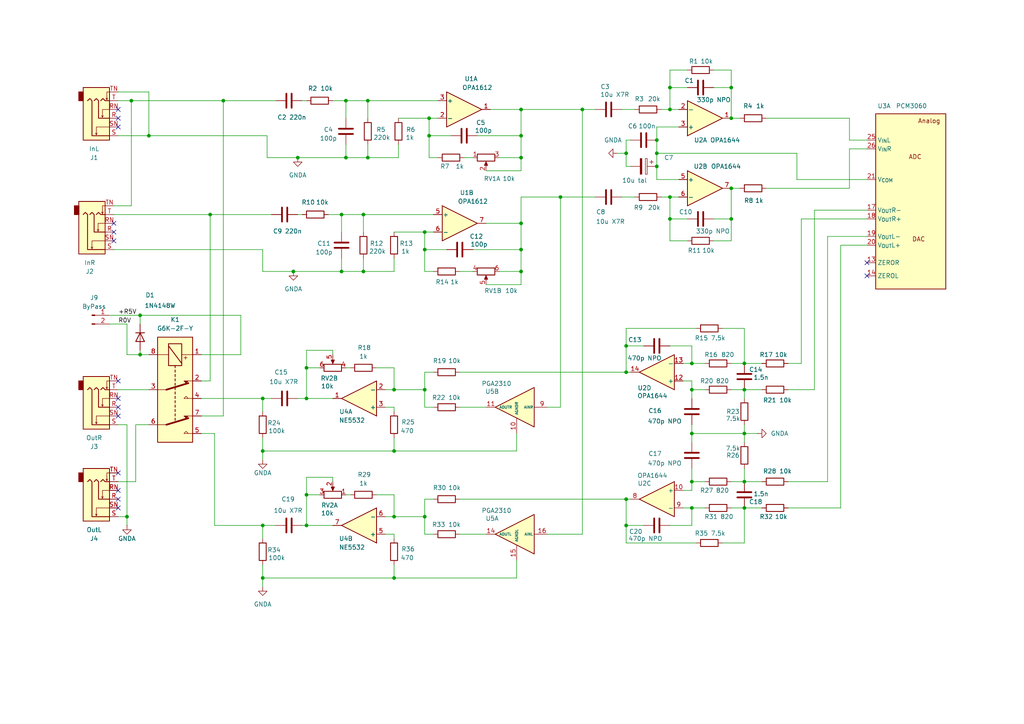
<source format=kicad_sch>
(kicad_sch (version 20250114) (generator "eeschema") (generator_version "9.0")
  (paper "A4")
  (title_block (title "OSCAR Audio 1.0") (date "2025-05-30") (rev "2") (company "DAD Design"))
  (junction (at 181.61 44.45))
  (junction (at 100.33 45.72))
  (junction (at 123.19 72.39))
  (junction (at 43.18 39.37))
  (junction (at 200.66 113.03))
  (junction (at 151.13 45.72))
  (junction (at 86.36 45.72))
  (junction (at 99.06 78.74))
  (junction (at 181.61 144.78))
  (junction (at 114.3 167.64))
  (junction (at 124.46 34.29))
  (junction (at 114.3 149.86))
  (junction (at 151.13 72.39))
  (junction (at 151.13 31.75))
  (junction (at 114.3 130.81))
  (junction (at 190.5 44.45))
  (junction (at 162.56 57.15))
  (junction (at 100.33 29.21))
  (junction (at 88.9 152.4))
  (junction (at 212.09 34.29))
  (junction (at 212.09 54.61))
  (junction (at 151.13 39.37))
  (junction (at 106.68 45.72))
  (junction (at 123.19 149.86))
  (junction (at 105.41 62.23))
  (junction (at 200.66 139.7))
  (junction (at 181.61 100.33))
  (junction (at 36.83 149.86))
  (junction (at 194.31 31.75))
  (junction (at 181.61 107.95))
  (junction (at 190.5 48.26))
  (junction (at 212.09 63.5))
  (junction (at 76.2 167.64))
  (junction (at 99.06 62.23))
  (junction (at 215.9 139.7))
  (junction (at 194.31 63.5))
  (junction (at 60.96 62.23))
  (junction (at 190.5 40.64))
  (junction (at 85.09 78.74))
  (junction (at 168.91 31.75))
  (junction (at 200.66 125.73))
  (junction (at 181.61 152.4))
  (junction (at 215.9 113.03))
  (junction (at 151.13 64.77))
  (junction (at 114.3 113.03))
  (junction (at 212.09 25.4))
  (junction (at 88.9 115.57))
  (junction (at 88.9 106.68))
  (junction (at 194.31 25.4))
  (junction (at 76.2 130.81))
  (junction (at 88.9 143.51))
  (junction (at 123.19 113.03))
  (junction (at 215.9 147.32))
  (junction (at 40.64 102.87))
  (junction (at 76.2 115.57))
  (junction (at 151.13 78.74))
  (junction (at 215.9 105.41))
  (junction (at 105.41 78.74))
  (junction (at 106.68 29.21))
  (junction (at 194.31 57.15))
  (junction (at 38.1 29.21))
  (junction (at 124.46 39.37))
  (junction (at 64.77 29.21))
  (junction (at 215.9 125.73))
  (junction (at 123.19 67.31))
  (junction (at 200.66 147.32))
  (junction (at 40.64 91.44))
  (junction (at 200.66 105.41))
  (junction (at 76.2 152.4))
  (no_connect (at 34.29 36.83))
  (no_connect (at 34.29 147.32))
  (no_connect (at 34.29 137.16))
  (no_connect (at 251.46 80.01))
  (no_connect (at 34.29 142.24))
  (no_connect (at 34.29 115.57))
  (no_connect (at 34.29 144.78))
  (no_connect (at 251.46 76.2))
  (no_connect (at 34.29 31.75))
  (no_connect (at 33.02 67.31))
  (no_connect (at 33.02 64.77))
  (no_connect (at 34.29 34.29))
  (no_connect (at 34.29 118.11))
  (no_connect (at 34.29 120.65))
  (no_connect (at 33.02 69.85))
  (no_connect (at 34.29 110.49))
  (wire (pts (xy 36.83 93.98) (xy 36.83 102.87)))
  (wire (pts (xy 196.85 36.83) (xy 190.5 36.83)))
  (wire (pts (xy 137.16 45.72) (xy 134.62 45.72)))
  (wire (pts (xy 158.75 118.11) (xy 162.56 118.11)))
  (wire (pts (xy 198.12 147.32) (xy 200.66 147.32)))
  (wire (pts (xy 34.29 139.7) (xy 39.37 139.7)))
  (wire (pts (xy 111.76 149.86) (xy 114.3 149.86)))
  (wire (pts (xy 215.9 125.73) (xy 215.9 128.27)))
  (wire (pts (xy 86.36 62.23) (xy 87.63 62.23)))
  (wire (pts (xy 243.84 147.32) (xy 228.6 147.32)))
  (wire (pts (xy 251.46 43.18) (xy 246.38 43.18)))
  (wire (pts (xy 114.3 67.31) (xy 123.19 67.31)))
  (wire (pts (xy 236.22 113.03) (xy 228.6 113.03)))
  (wire (pts (xy 182.88 48.26) (xy 181.61 48.26)))
  (wire (pts (xy 36.83 149.86) (xy 36.83 152.4)))
  (wire (pts (xy 100.33 143.51) (xy 101.6 143.51)))
  (wire (pts (xy 133.35 118.11) (xy 140.97 118.11)))
  (wire (pts (xy 114.3 143.51) (xy 114.3 149.86)))
  (wire (pts (xy 243.84 71.12) (xy 243.84 147.32)))
  (wire (pts (xy 99.06 78.74) (xy 105.41 78.74)))
  (wire (pts (xy 58.42 125.73) (xy 62.23 125.73)))
  (wire (pts (xy 181.61 100.33) (xy 181.61 107.95)))
  (wire (pts (xy 215.9 95.25) (xy 215.9 105.41)))
  (wire (pts (xy 200.66 125.73) (xy 200.66 128.27)))
  (wire (pts (xy 76.2 127) (xy 76.2 130.81)))
  (wire (pts (xy 99.06 62.23) (xy 99.06 67.31)))
  (wire (pts (xy 100.33 29.21) (xy 100.33 34.29)))
  (wire (pts (xy 207.01 69.85) (xy 212.09 69.85)))
  (wire (pts (xy 181.61 95.25) (xy 181.61 100.33)))
  (wire (pts (xy 194.31 63.5) (xy 194.31 57.15)))
  (wire (pts (xy 215.9 139.7) (xy 220.98 139.7)))
  (wire (pts (xy 33.02 72.39) (xy 76.2 72.39)))
  (wire (pts (xy 251.46 60.96) (xy 236.22 60.96)))
  (wire (pts (xy 190.5 44.45) (xy 190.5 48.26)))
  (wire (pts (xy 196.85 52.07) (xy 190.5 52.07)))
  (wire (pts (xy 87.63 152.4) (xy 88.9 152.4)))
  (wire (pts (xy 85.09 78.74) (xy 76.2 78.74)))
  (wire (pts (xy 88.9 152.4) (xy 96.52 152.4)))
  (wire (pts (xy 133.35 107.95) (xy 181.61 107.95)))
  (wire (pts (xy 105.41 62.23) (xy 125.73 62.23)))
  (wire (pts (xy 140.97 64.77) (xy 151.13 64.77)))
  (wire (pts (xy 138.43 39.37) (xy 151.13 39.37)))
  (wire (pts (xy 212.09 147.32) (xy 215.9 147.32)))
  (wire (pts (xy 76.2 130.81) (xy 76.2 133.35)))
  (wire (pts (xy 123.19 72.39) (xy 123.19 67.31)))
  (wire (pts (xy 38.1 29.21) (xy 64.77 29.21)))
  (wire (pts (xy 124.46 39.37) (xy 130.81 39.37)))
  (wire (pts (xy 43.18 39.37) (xy 77.47 39.37)))
  (wire (pts (xy 149.86 125.73) (xy 149.86 130.81)))
  (wire (pts (xy 40.64 101.6) (xy 40.64 102.87)))
  (wire (pts (xy 88.9 143.51) (xy 92.71 143.51)))
  (wire (pts (xy 124.46 34.29) (xy 127 34.29)))
  (wire (pts (xy 207.01 20.32) (xy 212.09 20.32)))
  (wire (pts (xy 137.16 78.74) (xy 133.35 78.74)))
  (wire (pts (xy 106.68 45.72) (xy 115.57 45.72)))
  (wire (pts (xy 149.86 167.64) (xy 114.3 167.64)))
  (wire (pts (xy 198.12 105.41) (xy 200.66 105.41)))
  (wire (pts (xy 181.61 144.78) (xy 181.61 152.4)))
  (wire (pts (xy 105.41 74.93) (xy 105.41 78.74)))
  (wire (pts (xy 86.36 45.72) (xy 77.47 45.72)))
  (wire (pts (xy 201.93 157.48) (xy 181.61 157.48)))
  (wire (pts (xy 191.77 57.15) (xy 194.31 57.15)))
  (wire (pts (xy 198.12 142.24) (xy 200.66 142.24)))
  (wire (pts (xy 76.2 130.81) (xy 114.3 130.81)))
  (wire (pts (xy 246.38 40.64) (xy 251.46 40.64)))
  (wire (pts (xy 58.42 120.65) (xy 64.77 120.65)))
  (wire (pts (xy 123.19 154.94) (xy 123.19 149.86)))
  (wire (pts (xy 199.39 63.5) (xy 194.31 63.5)))
  (wire (pts (xy 212.09 69.85) (xy 212.09 63.5)))
  (wire (pts (xy 106.68 41.91) (xy 106.68 45.72)))
  (wire (pts (xy 231.14 44.45) (xy 190.5 44.45)))
  (wire (pts (xy 212.09 54.61) (xy 214.63 54.61)))
  (wire (pts (xy 69.85 91.44) (xy 40.64 91.44)))
  (wire (pts (xy 88.9 101.6) (xy 88.9 106.68)))
  (wire (pts (xy 194.31 20.32) (xy 194.31 25.4)))
  (wire (pts (xy 207.01 63.5) (xy 212.09 63.5)))
  (wire (pts (xy 151.13 49.53) (xy 151.13 45.72)))
  (wire (pts (xy 190.5 48.26) (xy 190.5 52.07)))
  (wire (pts (xy 212.09 25.4) (xy 212.09 34.29)))
  (wire (pts (xy 200.66 123.19) (xy 200.66 125.73)))
  (wire (pts (xy 180.34 31.75) (xy 184.15 31.75)))
  (wire (pts (xy 149.86 130.81) (xy 114.3 130.81)))
  (wire (pts (xy 34.29 29.21) (xy 38.1 29.21)))
  (wire (pts (xy 88.9 115.57) (xy 96.52 115.57)))
  (wire (pts (xy 240.03 139.7) (xy 228.6 139.7)))
  (wire (pts (xy 181.61 40.64) (xy 182.88 40.64)))
  (wire (pts (xy 123.19 107.95) (xy 123.19 113.03)))
  (wire (pts (xy 33.02 59.69) (xy 38.1 59.69)))
  (wire (pts (xy 200.66 115.57) (xy 200.66 113.03)))
  (wire (pts (xy 34.29 39.37) (xy 43.18 39.37)))
  (wire (pts (xy 199.39 20.32) (xy 194.31 20.32)))
  (wire (pts (xy 115.57 41.91) (xy 115.57 45.72)))
  (wire (pts (xy 86.36 115.57) (xy 88.9 115.57)))
  (wire (pts (xy 190.5 40.64) (xy 190.5 44.45)))
  (wire (pts (xy 215.9 135.89) (xy 215.9 139.7)))
  (wire (pts (xy 99.06 62.23) (xy 105.41 62.23)))
  (wire (pts (xy 142.24 31.75) (xy 151.13 31.75)))
  (wire (pts (xy 215.9 115.57) (xy 215.9 113.03)))
  (wire (pts (xy 111.76 118.11) (xy 114.3 118.11)))
  (wire (pts (xy 88.9 138.43) (xy 88.9 143.51)))
  (wire (pts (xy 85.09 78.74) (xy 99.06 78.74)))
  (wire (pts (xy 60.96 62.23) (xy 78.74 62.23)))
  (wire (pts (xy 88.9 106.68) (xy 92.71 106.68)))
  (wire (pts (xy 114.3 74.93) (xy 114.3 78.74)))
  (wire (pts (xy 123.19 118.11) (xy 123.19 113.03)))
  (wire (pts (xy 100.33 41.91) (xy 100.33 45.72)))
  (wire (pts (xy 151.13 57.15) (xy 162.56 57.15)))
  (wire (pts (xy 251.46 52.07) (xy 231.14 52.07)))
  (wire (pts (xy 209.55 95.25) (xy 215.9 95.25)))
  (wire (pts (xy 168.91 31.75) (xy 172.72 31.75)))
  (wire (pts (xy 100.33 29.21) (xy 106.68 29.21)))
  (wire (pts (xy 39.37 139.7) (xy 39.37 123.19)))
  (wire (pts (xy 133.35 154.94) (xy 140.97 154.94)))
  (wire (pts (xy 96.52 29.21) (xy 100.33 29.21)))
  (wire (pts (xy 40.64 102.87) (xy 43.18 102.87)))
  (wire (pts (xy 212.09 105.41) (xy 215.9 105.41)))
  (wire (pts (xy 198.12 110.49) (xy 200.66 110.49)))
  (wire (pts (xy 34.29 123.19) (xy 36.83 123.19)))
  (wire (pts (xy 212.09 63.5) (xy 212.09 54.61)))
  (wire (pts (xy 58.42 110.49) (xy 60.96 110.49)))
  (wire (pts (xy 100.33 106.68) (xy 101.6 106.68)))
  (wire (pts (xy 111.76 113.03) (xy 114.3 113.03)))
  (wire (pts (xy 200.66 135.89) (xy 200.66 139.7)))
  (wire (pts (xy 62.23 125.73) (xy 62.23 152.4)))
  (wire (pts (xy 137.16 72.39) (xy 151.13 72.39)))
  (wire (pts (xy 114.3 149.86) (xy 123.19 149.86)))
  (wire (pts (xy 96.52 138.43) (xy 96.52 139.7)))
  (wire (pts (xy 200.66 152.4) (xy 200.66 147.32)))
  (wire (pts (xy 194.31 57.15) (xy 196.85 57.15)))
  (wire (pts (xy 251.46 71.12) (xy 243.84 71.12)))
  (wire (pts (xy 215.9 157.48) (xy 215.9 147.32)))
  (wire (pts (xy 151.13 78.74) (xy 144.78 78.74)))
  (wire (pts (xy 111.76 154.94) (xy 114.3 154.94)))
  (wire (pts (xy 123.19 72.39) (xy 129.54 72.39)))
  (wire (pts (xy 181.61 44.45) (xy 179.07 44.45)))
  (wire (pts (xy 215.9 147.32) (xy 220.98 147.32)))
  (wire (pts (xy 36.83 123.19) (xy 36.83 149.86)))
  (wire (pts (xy 114.3 106.68) (xy 114.3 113.03)))
  (wire (pts (xy 222.25 34.29) (xy 246.38 34.29)))
  (wire (pts (xy 212.09 139.7) (xy 215.9 139.7)))
  (wire (pts (xy 109.22 106.68) (xy 114.3 106.68)))
  (wire (pts (xy 207.01 25.4) (xy 212.09 25.4)))
  (wire (pts (xy 246.38 43.18) (xy 246.38 54.61)))
  (wire (pts (xy 76.2 167.64) (xy 114.3 167.64)))
  (wire (pts (xy 125.73 107.95) (xy 123.19 107.95)))
  (wire (pts (xy 200.66 113.03) (xy 204.47 113.03)))
  (wire (pts (xy 251.46 63.5) (xy 232.41 63.5)))
  (wire (pts (xy 200.66 125.73) (xy 215.9 125.73)))
  (wire (pts (xy 76.2 163.83) (xy 76.2 167.64)))
  (wire (pts (xy 215.9 105.41) (xy 220.98 105.41)))
  (wire (pts (xy 200.66 147.32) (xy 204.47 147.32)))
  (wire (pts (xy 236.22 60.96) (xy 236.22 113.03)))
  (wire (pts (xy 58.42 102.87) (xy 69.85 102.87)))
  (wire (pts (xy 194.31 152.4) (xy 200.66 152.4)))
  (wire (pts (xy 212.09 34.29) (xy 214.63 34.29)))
  (wire (pts (xy 199.39 69.85) (xy 194.31 69.85)))
  (wire (pts (xy 34.29 113.03) (xy 43.18 113.03)))
  (wire (pts (xy 76.2 72.39) (xy 76.2 78.74)))
  (wire (pts (xy 77.47 39.37) (xy 77.47 45.72)))
  (wire (pts (xy 212.09 20.32) (xy 212.09 25.4)))
  (wire (pts (xy 127 45.72) (xy 124.46 45.72)))
  (wire (pts (xy 76.2 167.64) (xy 76.2 170.18)))
  (wire (pts (xy 151.13 57.15) (xy 151.13 64.77)))
  (wire (pts (xy 191.77 31.75) (xy 194.31 31.75)))
  (wire (pts (xy 181.61 107.95) (xy 182.88 107.95)))
  (wire (pts (xy 43.18 26.67) (xy 43.18 39.37)))
  (wire (pts (xy 140.97 82.55) (xy 151.13 82.55)))
  (wire (pts (xy 40.64 91.44) (xy 31.75 91.44)))
  (wire (pts (xy 76.2 152.4) (xy 76.2 156.21)))
  (wire (pts (xy 76.2 152.4) (xy 80.01 152.4)))
  (wire (pts (xy 87.63 29.21) (xy 88.9 29.21)))
  (wire (pts (xy 99.06 74.93) (xy 99.06 78.74)))
  (wire (pts (xy 76.2 115.57) (xy 78.74 115.57)))
  (wire (pts (xy 31.75 93.98) (xy 36.83 93.98)))
  (wire (pts (xy 106.68 29.21) (xy 106.68 34.29)))
  (wire (pts (xy 181.61 40.64) (xy 181.61 44.45)))
  (wire (pts (xy 140.97 49.53) (xy 151.13 49.53)))
  (wire (pts (xy 40.64 91.44) (xy 40.64 93.98)))
  (wire (pts (xy 105.41 78.74) (xy 114.3 78.74)))
  (wire (pts (xy 168.91 154.94) (xy 168.91 31.75)))
  (wire (pts (xy 199.39 25.4) (xy 194.31 25.4)))
  (wire (pts (xy 36.83 102.87) (xy 40.64 102.87)))
  (wire (pts (xy 34.29 26.67) (xy 43.18 26.67)))
  (wire (pts (xy 246.38 34.29) (xy 246.38 40.64)))
  (wire (pts (xy 60.96 110.49) (xy 60.96 62.23)))
  (wire (pts (xy 69.85 102.87) (xy 69.85 91.44)))
  (wire (pts (xy 194.31 25.4) (xy 194.31 31.75)))
  (wire (pts (xy 209.55 157.48) (xy 215.9 157.48)))
  (wire (pts (xy 246.38 54.61) (xy 222.25 54.61)))
  (wire (pts (xy 114.3 154.94) (xy 114.3 156.21)))
  (wire (pts (xy 123.19 144.78) (xy 123.19 149.86)))
  (wire (pts (xy 151.13 82.55) (xy 151.13 78.74)))
  (wire (pts (xy 251.46 68.58) (xy 240.03 68.58)))
  (wire (pts (xy 194.31 100.33) (xy 200.66 100.33)))
  (wire (pts (xy 100.33 45.72) (xy 106.68 45.72)))
  (wire (pts (xy 240.03 68.58) (xy 240.03 139.7)))
  (wire (pts (xy 125.73 78.74) (xy 123.19 78.74)))
  (wire (pts (xy 105.41 62.23) (xy 105.41 67.31)))
  (wire (pts (xy 232.41 63.5) (xy 232.41 105.41)))
  (wire (pts (xy 158.75 154.94) (xy 168.91 154.94)))
  (wire (pts (xy 149.86 162.56) (xy 149.86 167.64)))
  (wire (pts (xy 151.13 72.39) (xy 151.13 78.74)))
  (wire (pts (xy 180.34 57.15) (xy 184.15 57.15)))
  (wire (pts (xy 212.09 113.03) (xy 215.9 113.03)))
  (wire (pts (xy 215.9 123.19) (xy 215.9 125.73)))
  (wire (pts (xy 114.3 167.64) (xy 114.3 163.83)))
  (wire (pts (xy 114.3 130.81) (xy 114.3 127)))
  (wire (pts (xy 62.23 152.4) (xy 76.2 152.4)))
  (wire (pts (xy 86.36 45.72) (xy 100.33 45.72)))
  (wire (pts (xy 124.46 39.37) (xy 124.46 34.29)))
  (wire (pts (xy 76.2 115.57) (xy 76.2 119.38)))
  (wire (pts (xy 88.9 106.68) (xy 88.9 115.57)))
  (wire (pts (xy 200.66 110.49) (xy 200.66 113.03)))
  (wire (pts (xy 200.66 105.41) (xy 204.47 105.41)))
  (wire (pts (xy 109.22 143.51) (xy 114.3 143.51)))
  (wire (pts (xy 96.52 101.6) (xy 96.52 102.87)))
  (wire (pts (xy 88.9 143.51) (xy 88.9 152.4)))
  (wire (pts (xy 186.69 152.4) (xy 181.61 152.4)))
  (wire (pts (xy 64.77 29.21) (xy 80.01 29.21)))
  (wire (pts (xy 162.56 57.15) (xy 172.72 57.15)))
  (wire (pts (xy 33.02 62.23) (xy 60.96 62.23)))
  (wire (pts (xy 215.9 125.73) (xy 219.71 125.73)))
  (wire (pts (xy 64.77 120.65) (xy 64.77 29.21)))
  (wire (pts (xy 39.37 123.19) (xy 43.18 123.19)))
  (wire (pts (xy 162.56 118.11) (xy 162.56 57.15)))
  (wire (pts (xy 133.35 144.78) (xy 181.61 144.78)))
  (wire (pts (xy 186.69 100.33) (xy 181.61 100.33)))
  (wire (pts (xy 151.13 39.37) (xy 151.13 45.72)))
  (wire (pts (xy 38.1 59.69) (xy 38.1 29.21)))
  (wire (pts (xy 151.13 45.72) (xy 144.78 45.72)))
  (wire (pts (xy 123.19 118.11) (xy 125.73 118.11)))
  (wire (pts (xy 181.61 157.48) (xy 181.61 152.4)))
  (wire (pts (xy 215.9 113.03) (xy 220.98 113.03)))
  (wire (pts (xy 190.5 36.83) (xy 190.5 40.64)))
  (wire (pts (xy 95.25 62.23) (xy 99.06 62.23)))
  (wire (pts (xy 96.52 138.43) (xy 88.9 138.43)))
  (wire (pts (xy 114.3 118.11) (xy 114.3 119.38)))
  (wire (pts (xy 194.31 31.75) (xy 196.85 31.75)))
  (wire (pts (xy 201.93 95.25) (xy 181.61 95.25)))
  (wire (pts (xy 125.73 144.78) (xy 123.19 144.78)))
  (wire (pts (xy 115.57 34.29) (xy 124.46 34.29)))
  (wire (pts (xy 181.61 48.26) (xy 181.61 44.45)))
  (wire (pts (xy 123.19 67.31) (xy 125.73 67.31)))
  (wire (pts (xy 123.19 154.94) (xy 125.73 154.94)))
  (wire (pts (xy 231.14 52.07) (xy 231.14 44.45)))
  (wire (pts (xy 200.66 100.33) (xy 200.66 105.41)))
  (wire (pts (xy 181.61 144.78) (xy 182.88 144.78)))
  (wire (pts (xy 151.13 31.75) (xy 168.91 31.75)))
  (wire (pts (xy 58.42 115.57) (xy 76.2 115.57)))
  (wire (pts (xy 232.41 105.41) (xy 228.6 105.41)))
  (wire (pts (xy 114.3 113.03) (xy 123.19 113.03)))
  (wire (pts (xy 151.13 39.37) (xy 151.13 31.75)))
  (wire (pts (xy 194.31 69.85) (xy 194.31 63.5)))
  (wire (pts (xy 106.68 29.21) (xy 127 29.21)))
  (wire (pts (xy 34.29 149.86) (xy 36.83 149.86)))
  (wire (pts (xy 200.66 142.24) (xy 200.66 139.7)))
  (wire (pts (xy 151.13 72.39) (xy 151.13 64.77)))
  (wire (pts (xy 123.19 72.39) (xy 123.19 78.74)))
  (wire (pts (xy 96.52 101.6) (xy 88.9 101.6)))
  (wire (pts (xy 124.46 39.37) (xy 124.46 45.72)))
  (wire (pts (xy 200.66 139.7) (xy 204.47 139.7)))
  (label "+R5V" (at 34.29 91.44 0))
  (label "R0V" (at 34.29 93.98 0))
  (symbol (lib_id "@Projet:OPA1644") (at 190.5 107.95 180) (unit 4)
    (property "Reference" "U2" (at 186.944 112.522 0))
    (property "Value" "OPA1644" (at 189.23 114.808 0))
    (property "Footprint" "Package_SO:SOIC-14_3.9x8.7mm_P1.27mm" (effects (hide yes)))
    (property "Datasheet" "https://www.ti.com/product/OPA1644" (effects (hide yes)))
    (property "Description" "Quad SoundPlus High Performance Audio Operational Amplifiers, SOIC-14" (effects (hide yes)))
  )
  (symbol (lib_id "Connector_Audio:NMJ6HCD3") (at 29.21 118.11 0) (mirror x) (unit 1)
    (property "Reference" "J3" (at 27.305 129.54 0))
    (property "Value" "OutR" (at 27.305 127 0))
    (property "Footprint" "@Projet:Jack 6.25" (effects (hide yes)))
    (property "Datasheet" "https://www.neutrik.com/en/product/nmj6hcd3" (effects (hide yes)))
    (property "Description" "M Series, 6.35mm (1/4in) stereo jack, switched, with chrome ferrule and offset PCB pins" (effects (hide yes)))
  )
  (symbol (lib_id "Device:R") (at 115.57 38.1 0) (unit 1)
    (property "Reference" "R6" (at 119.126 37.592 0))
    (property "Value" "1k" (at 118.872 39.878 0))
    (property "Footprint" "Resistor_SMD:R_1206_3216Metric_Pad1.30x1.75mm_HandSolder" (effects (hide yes)))
    (property "Description" "Resistor" (effects (hide yes)))
  )
  (symbol (lib_id "Device:R") (at 208.28 105.41 270) (mirror x) (unit 1)
    (property "Reference" "R16" (at 206.248 102.87 90))
    (property "Value" "820" (at 211.074 102.87 90))
    (property "Footprint" "Resistor_SMD:R_1206_3216Metric_Pad1.30x1.75mm_HandSolder" (effects (hide yes)))
    (property "Description" "Resistor" (effects (hide yes)))
  )
  (symbol (lib_id "Device:R") (at 114.3 71.12 0) (unit 1)
    (property "Reference" "R13" (at 117.856 70.612 0))
    (property "Value" "1k" (at 117.602 72.898 0))
    (property "Footprint" "Resistor_SMD:R_1206_3216Metric_Pad1.30x1.75mm_HandSolder" (effects (hide yes)))
    (property "Description" "Resistor" (effects (hide yes)))
  )
  (symbol (lib_id "Device:R") (at 208.28 113.03 270) (mirror x) (unit 1)
    (property "Reference" "R20" (at 204.978 110.49 90))
    (property "Value" "820" (at 209.55 110.49 90))
    (property "Footprint" "Resistor_SMD:R_1206_3216Metric_Pad1.30x1.75mm_HandSolder" (effects (hide yes)))
    (property "Description" "Resistor" (effects (hide yes)))
  )
  (symbol (lib_id "Device:R") (at 205.74 157.48 270) (unit 1)
    (property "Reference" "R35" (at 203.454 154.686 90))
    (property "Value" "7.5k" (at 208.28 154.686 90))
    (property "Footprint" "Resistor_SMD:R_1206_3216Metric_Pad1.30x1.75mm_HandSolder" (effects (hide yes)))
    (property "Description" "Resistor" (effects (hide yes)))
  )
  (symbol (lib_id "Device:R") (at 187.96 57.15 270) (mirror x) (unit 1)
    (property "Reference" "R9" (at 185.166 60.198 90))
    (property "Value" "20k" (at 189.738 60.198 90))
    (property "Footprint" "Resistor_SMD:R_1206_3216Metric_Pad1.30x1.75mm_HandSolder" (effects (hide yes)))
    (property "Description" "Resistor" (effects (hide yes)))
  )
  (symbol (lib_id "Device:R") (at 129.54 154.94 270) (unit 1)
    (property "Reference" "R33" (at 127.254 152.146 90))
    (property "Value" "10k" (at 131.826 152.146 90))
    (property "Footprint" "Resistor_SMD:R_1206_3216Metric_Pad1.30x1.75mm_HandSolder" (effects (hide yes)))
    (property "Description" "Resistor" (effects (hide yes)))
  )
  (symbol (lib_id "Device:R") (at 129.54 107.95 270) (mirror x) (unit 1)
    (property "Reference" "R19" (at 127.508 104.648 90))
    (property "Value" "10k" (at 131.826 104.648 90))
    (property "Footprint" "Resistor_SMD:R_1206_3216Metric_Pad1.30x1.75mm_HandSolder" (effects (hide yes)))
    (property "Description" "Resistor" (effects (hide yes)))
  )
  (symbol (lib_id "Device:R") (at 129.54 118.11 270) (unit 1)
    (property "Reference" "R22" (at 127.254 115.316 90))
    (property "Value" "10k" (at 131.826 115.316 90))
    (property "Footprint" "Resistor_SMD:R_1206_3216Metric_Pad1.30x1.75mm_HandSolder" (effects (hide yes)))
    (property "Description" "Resistor" (effects (hide yes)))
  )
  (symbol (lib_id "Device:R_Potentiometer_Dual_Separate") (at 96.52 106.68 270) (mirror x) (unit 2)
    (property "Reference" "RV2" (at 98.044 109.728 90) (effects (justify right)))
    (property "Value" "10k" (at 96.774 112.014 90) (effects (justify right)))
    (property "Footprint" "@Projet:Potentioneter Double 1 ligne" (effects (hide yes)))
    (property "Description" "Dual potentiometer, separate units" (effects (hide yes)))
  )
  (symbol (lib_id "Device:C_Polarized") (at 186.69 48.26 270) (unit 1)
    (property "Reference" "C7" (at 195.326 45.72 90) (effects (justify right)))
    (property "Value" "10u tal" (at 187.706 52.324 90) (effects (justify right)))
    (property "Footprint" "Capacitor_Tantalum_SMD:CP_EIA-3528-21_Kemet-B_HandSolder" (effects (hide yes)))
    (property "Description" "Polarized capacitor" (effects (hide yes)))
  )
  (symbol (lib_id "power:GNDA") (at 219.71 125.73 90) (mirror x) (unit 1)
    (property "Reference" "#PWR04" (effects (hide yes)))
    (property "Value" "GNDA" (at 223.52 125.7299 90) (effects (justify right)))
    (property "Description" "Power symbol creates a global label with name \"GNDA\" , analog ground" (effects (hide yes)))
  )
  (symbol (lib_id "Device:R") (at 92.71 29.21 270) (unit 1)
    (property "Reference" "R2" (at 90.678 25.654 90))
    (property "Value" "10k" (at 94.742 25.654 90))
    (property "Footprint" "Resistor_SMD:R_1206_3216Metric_Pad1.30x1.75mm_HandSolder" (effects (hide yes)))
    (property "Description" "Resistor" (effects (hide yes)))
  )
  (symbol (lib_id "Device:C") (at 190.5 152.4 270) (unit 1)
    (property "Reference" "C20" (at 184.404 154.178 90))
    (property "Value" "470p NPO" (at 187.198 156.21 90))
    (property "Footprint" "Capacitor_SMD:C_0805_2012Metric_Pad1.18x1.45mm_HandSolder" (effects (hide yes)))
    (property "Description" "Unpolarized capacitor" (effects (hide yes)))
  )
  (symbol (lib_id "Device:R") (at 208.28 147.32 270) (unit 1)
    (property "Reference" "R31" (at 206.248 149.86 90))
    (property "Value" "820" (at 210.82 149.86 90))
    (property "Footprint" "Resistor_SMD:R_1206_3216Metric_Pad1.30x1.75mm_HandSolder" (effects (hide yes)))
    (property "Description" "Resistor" (effects (hide yes)))
  )
  (symbol (lib_id "power:GNDA") (at 36.83 152.4 0) (mirror y) (unit 1)
    (property "Reference" "#PWR08" (effects (hide yes)))
    (property "Value" "GNDA" (at 36.83 156.21 0))
    (property "Description" "Power symbol creates a global label with name \"GNDA\" , analog ground" (effects (hide yes)))
  )
  (symbol (lib_id "power:GNDA") (at 85.09 78.74 0) (mirror y) (unit 1)
    (property "Reference" "#PWR03" (effects (hide yes)))
    (property "Value" "GNDA" (at 85.09 83.82 0))
    (property "Description" "Power symbol creates a global label with name \"GNDA\" , analog ground" (effects (hide yes)))
  )
  (symbol (lib_id "Device:R_Potentiometer_Dual_Separate") (at 96.52 143.51 270) (mirror x) (unit 1)
    (property "Reference" "RV2" (at 98.044 146.558 90) (effects (justify right)))
    (property "Value" "10k" (at 96.774 148.844 90) (effects (justify right)))
    (property "Footprint" "@Projet:Potentioneter Double 1 ligne" (effects (hide yes)))
    (property "Description" "Dual potentiometer, separate units" (effects (hide yes)))
  )
  (symbol (lib_id "@Projet:OPA1612") (at 133.35 64.77 0) (unit 2)
    (property "Reference" "U1" (at 135.382 55.88 0))
    (property "Value" "OPA1612" (at 137.16 58.42 0))
    (property "Footprint" "Package_SO:SOP-8_3.76x4.96mm_P1.27mm" (effects (hide yes)))
    (property "Datasheet" "https://www.ti.com/product/OPA1612" (effects (hide yes)))
    (property "Description" "Audio Operational Amplifier with 1.1nV/√Hz Noise, Low THD and Precision" (effects (hide yes)))
  )
  (symbol (lib_id "Device:R") (at 105.41 71.12 0) (unit 1)
    (property "Reference" "R12" (at 109.22 70.612 0))
    (property "Value" "220k" (at 109.474 72.898 0))
    (property "Footprint" "Resistor_SMD:R_1206_3216Metric_Pad1.30x1.75mm_HandSolder" (effects (hide yes)))
    (property "Description" "Resistor" (effects (hide yes)))
  )
  (symbol (lib_id "Connector_Audio:NMJ6HCD3") (at 29.21 144.78 0) (mirror x) (unit 1)
    (property "Reference" "J4" (at 27.305 156.21 0))
    (property "Value" "OutL" (at 27.305 153.67 0))
    (property "Footprint" "@Projet:Jack 6.25" (effects (hide yes)))
    (property "Datasheet" "https://www.neutrik.com/en/product/nmj6hcd3" (effects (hide yes)))
    (property "Description" "M Series, 6.35mm (1/4in) stereo jack, switched, with chrome ferrule and offset PCB pins" (effects (hide yes)))
  )
  (symbol (lib_id "Device:R_Potentiometer_Dual_Separate") (at 140.97 78.74 90) (mirror x) (unit 2)
    (property "Reference" "RV1" (at 143.002 84.328 90))
    (property "Value" "10k" (at 148.336 84.328 90))
    (property "Footprint" "@Projet:Potentioneter Double 1 ligne" (effects (hide yes)))
    (property "Description" "Dual potentiometer, separate units" (effects (hide yes)))
  )
  (symbol (lib_id "Device:R") (at 187.96 31.75 270) (unit 1)
    (property "Reference" "R3" (at 185.42 28.702 90))
    (property "Value" "20k" (at 189.738 28.702 90))
    (property "Footprint" "Resistor_SMD:R_1206_3216Metric_Pad1.30x1.75mm_HandSolder" (effects (hide yes)))
    (property "Description" "Resistor" (effects (hide yes)))
  )
  (symbol (lib_id "power:GNDA") (at 179.07 44.45 270) (mirror x) (unit 1)
    (property "Reference" "#PWR01" (effects (hide yes)))
    (property "Value" "GNDA" (at 177.8 40.64 90))
    (property "Description" "Power symbol creates a global label with name \"GNDA\" , analog ground" (effects (hide yes)))
  )
  (symbol (lib_id "Device:C") (at 176.53 57.15 90) (mirror x) (unit 1)
    (property "Reference" "C8" (at 174.244 61.468 90))
    (property "Value" "10u X7R" (at 177.038 64.262 90))
    (property "Footprint" "Capacitor_SMD:C_1206_3216Metric_Pad1.33x1.80mm_HandSolder" (effects (hide yes)))
    (property "Description" "Unpolarized capacitor" (effects (hide yes)))
  )
  (symbol (lib_id "power:GNDA") (at 76.2 133.35 0) (mirror y) (unit 1)
    (property "Reference" "#PWR05" (effects (hide yes)))
    (property "Value" "GNDA" (at 76.2 137.16 0))
    (property "Description" "Power symbol creates a global label with name \"GNDA\" , analog ground" (effects (hide yes)))
  )
  (symbol (lib_id "Device:R") (at 114.3 160.02 0) (unit 1)
    (property "Reference" "R36" (at 118.364 159.258 0))
    (property "Value" "470" (at 118.11 161.798 0))
    (property "Footprint" "Resistor_SMD:R_1206_3216Metric_Pad1.30x1.75mm_HandSolder" (effects (hide yes)))
    (property "Description" "Resistor" (effects (hide yes)))
  )
  (symbol (lib_id "Device:R") (at 106.68 38.1 0) (unit 1)
    (property "Reference" "R5" (at 110.49 37.592 0))
    (property "Value" "220k" (at 110.744 39.878 0))
    (property "Footprint" "Resistor_SMD:R_1206_3216Metric_Pad1.30x1.75mm_HandSolder" (effects (hide yes)))
    (property "Description" "Resistor" (effects (hide yes)))
  )
  (symbol (lib_id "Device:C") (at 134.62 39.37 90) (mirror x) (unit 1)
    (property "Reference" "C5" (at 139.446 35.56 90))
    (property "Value" "100p" (at 140.208 37.846 90))
    (property "Footprint" "Capacitor_SMD:C_1206_3216Metric_Pad1.33x1.80mm_HandSolder" (effects (hide yes)))
    (property "Description" "Unpolarized capacitor" (effects (hide yes)))
  )
  (symbol (lib_id "Device:C") (at 133.35 72.39 90) (mirror x) (unit 1)
    (property "Reference" "C12" (at 138.176 68.58 90))
    (property "Value" "100p" (at 138.938 70.866 90))
    (property "Footprint" "Capacitor_SMD:C_1206_3216Metric_Pad1.33x1.80mm_HandSolder" (effects (hide yes)))
    (property "Description" "Unpolarized capacitor" (effects (hide yes)))
  )
  (symbol (lib_id "Device:C") (at 83.82 152.4 90) (unit 1)
    (property "Reference" "C19" (at 83.566 144.78 90))
    (property "Value" "10u X7R" (at 83.566 148.082 90))
    (property "Footprint" "Capacitor_SMD:C_1206_3216Metric_Pad1.33x1.80mm_HandSolder" (effects (hide yes)))
    (property "Description" "Unpolarized capacitor" (effects (hide yes)))
  )
  (symbol (lib_id "Device:R") (at 218.44 54.61 270) (mirror x) (unit 1)
    (property "Reference" "R8" (at 217.17 58.166 90))
    (property "Value" "1k" (at 220.218 58.166 90))
    (property "Footprint" "Resistor_SMD:R_1206_3216Metric_Pad1.30x1.75mm_HandSolder" (effects (hide yes)))
    (property "Description" "Resistor" (effects (hide yes)))
  )
  (symbol (lib_id "Device:C") (at 190.5 100.33 270) (mirror x) (unit 1)
    (property "Reference" "C13" (at 184.15 98.552 90))
    (property "Value" "470p NPO" (at 186.944 103.886 90))
    (property "Footprint" "Capacitor_SMD:C_0805_2012Metric_Pad1.18x1.45mm_HandSolder" (effects (hide yes)))
    (property "Description" "Unpolarized capacitor" (effects (hide yes)))
  )
  (symbol (lib_id "Device:R") (at 105.41 106.68 270) (unit 1)
    (property "Reference" "R18" (at 105.664 100.838 90))
    (property "Value" "1k" (at 105.41 103.378 90))
    (property "Footprint" "Resistor_SMD:R_1206_3216Metric_Pad1.30x1.75mm_HandSolder" (effects (hide yes)))
    (property "Description" "Resistor" (effects (hide yes)))
  )
  (symbol (lib_id "Device:C") (at 82.55 115.57 90) (unit 1)
    (property "Reference" "C15" (at 81.534 107.95 90))
    (property "Value" "10u X7R" (at 82.296 110.744 90))
    (property "Footprint" "Capacitor_SMD:C_1206_3216Metric_Pad1.33x1.80mm_HandSolder" (effects (hide yes)))
    (property "Description" "Unpolarized capacitor" (effects (hide yes)))
  )
  (symbol (lib_id "Device:R") (at 114.3 123.19 0) (unit 1)
    (property "Reference" "R25" (at 118.364 122.428 0))
    (property "Value" "470" (at 118.11 124.968 0))
    (property "Footprint" "Resistor_SMD:R_1206_3216Metric_Pad1.30x1.75mm_HandSolder" (effects (hide yes)))
    (property "Description" "Resistor" (effects (hide yes)))
  )
  (symbol (lib_id "Device:R") (at 224.79 113.03 270) (mirror x) (unit 1)
    (property "Reference" "R21" (at 223.266 116.078 90))
    (property "Value" "10k" (at 227.838 116.078 90))
    (property "Footprint" "Resistor_SMD:R_1206_3216Metric_Pad1.30x1.75mm_HandSolder" (effects (hide yes)))
    (property "Description" "Resistor" (effects (hide yes)))
  )
  (symbol (lib_id "Device:C") (at 200.66 119.38 0) (mirror x) (unit 1)
    (property "Reference" "C16" (at 189.992 119.126 0))
    (property "Value" "470p NPO" (at 192.786 122.174 0))
    (property "Footprint" "Capacitor_SMD:C_0805_2012Metric_Pad1.18x1.45mm_HandSolder" (effects (hide yes)))
    (property "Description" "Unpolarized capacitor" (effects (hide yes)))
  )
  (symbol (lib_id "Device:R") (at 76.2 123.19 0) (unit 1)
    (property "Reference" "R24" (at 79.502 122.682 0))
    (property "Value" "100k" (at 80.264 124.968 0))
    (property "Footprint" "Resistor_SMD:R_1206_3216Metric_Pad1.30x1.75mm_HandSolder" (effects (hide yes)))
    (property "Description" "Resistor" (effects (hide yes)))
  )
  (symbol (lib_id "Device:C") (at 203.2 63.5 90) (mirror x) (unit 1)
    (property "Reference" "C10" (at 198.882 61.468 90))
    (property "Value" "330p NPO" (at 206.756 67.056 90))
    (property "Footprint" "Capacitor_SMD:C_0805_2012Metric_Pad1.18x1.45mm_HandSolder" (effects (hide yes)))
    (property "Description" "Unpolarized capacitor" (effects (hide yes)))
  )
  (symbol (lib_id "Device:R") (at 205.74 95.25 270) (mirror x) (unit 1)
    (property "Reference" "R15" (at 203.454 98.044 90))
    (property "Value" "7.5k" (at 208.28 98.044 90))
    (property "Footprint" "Resistor_SMD:R_1206_3216Metric_Pad1.30x1.75mm_HandSolder" (effects (hide yes)))
    (property "Description" "Resistor" (effects (hide yes)))
  )
  (symbol (lib_id "Device:R_Potentiometer_Dual_Separate") (at 140.97 45.72 90) (mirror x) (unit 1)
    (property "Reference" "RV1" (at 142.748 51.816 90))
    (property "Value" "10k" (at 147.574 51.816 90))
    (property "Footprint" "@Projet:Potentioneter Double 1 ligne" (effects (hide yes)))
    (property "Description" "Dual potentiometer, separate units" (effects (hide yes)))
  )
  (symbol (lib_id "@Projet:OPA1644") (at 190.5 144.78 0) (mirror y) (unit 3)
    (property "Reference" "U2" (at 186.944 140.208 0))
    (property "Value" "OPA1644" (at 189.23 137.922 0))
    (property "Footprint" "Package_SO:SOIC-14_3.9x8.7mm_P1.27mm" (effects (hide yes)))
    (property "Datasheet" "https://www.ti.com/product/OPA1644" (effects (hide yes)))
    (property "Description" "Quad SoundPlus High Performance Audio Operational Amplifiers, SOIC-14" (effects (hide yes)))
  )
  (symbol (lib_id "Device:R") (at 129.54 144.78 270) (mirror x) (unit 1)
    (property "Reference" "R30" (at 127.508 141.478 90))
    (property "Value" "10k" (at 131.826 141.478 90))
    (property "Footprint" "Resistor_SMD:R_1206_3216Metric_Pad1.30x1.75mm_HandSolder" (effects (hide yes)))
    (property "Description" "Resistor" (effects (hide yes)))
  )
  (symbol (lib_id "Device:C") (at 99.06 71.12 180) (unit 1)
    (property "Reference" "C11" (at 93.98 70.612 0))
    (property "Value" "100p" (at 93.98 73.152 0))
    (property "Footprint" "Capacitor_SMD:C_1206_3216Metric_Pad1.33x1.80mm_HandSolder" (effects (hide yes)))
    (property "Description" "Unpolarized capacitor" (effects (hide yes)))
  )
  (symbol (lib_id "Device:R") (at 76.2 160.02 0) (unit 1)
    (property "Reference" "R34" (at 79.502 159.512 0))
    (property "Value" "100k" (at 80.264 161.798 0))
    (property "Footprint" "Resistor_SMD:R_1206_3216Metric_Pad1.30x1.75mm_HandSolder" (effects (hide yes)))
    (property "Description" "Resistor" (effects (hide yes)))
  )
  (symbol (lib_id "Device:R") (at 203.2 69.85 270) (mirror x) (unit 1)
    (property "Reference" "R11" (at 201.422 72.644 90))
    (property "Value" "10k" (at 205.486 72.644 90))
    (property "Footprint" "Resistor_SMD:R_1206_3216Metric_Pad1.30x1.75mm_HandSolder" (effects (hide yes)))
    (property "Description" "Resistor" (effects (hide yes)))
  )
  (symbol (lib_id "Relay:G6K-2") (at 50.8 113.03 270) (unit 1)
    (property "Reference" "K1" (at 50.8 92.71 90))
    (property "Value" "G6K-2F-Y" (at 50.8 95.25 90))
    (property "Footprint" "Relay_SMD:Relay_DPDT_Omron_G6K-2F-Y" (effects (hide yes)))
    (property "Datasheet" "http://omronfs.omron.com/en_US/ecb/products/pdf/en-g6k.pdf" (effects (hide yes)))
    (property "Description" "Miniature 2-pole relay, Single-side Stable" (effects (hide yes)))
  )
  (symbol (lib_id "Device:R") (at 91.44 62.23 270) (unit 1)
    (property "Reference" "R10" (at 89.408 58.674 90))
    (property "Value" "10k" (at 93.472 58.674 90))
    (property "Footprint" "Resistor_SMD:R_1206_3216Metric_Pad1.30x1.75mm_HandSolder" (effects (hide yes)))
    (property "Description" "Resistor" (effects (hide yes)))
  )
  (symbol (lib_id "Device:C") (at 215.9 109.22 0) (mirror x) (unit 1)
    (property "Reference" "C14" (at 219.202 107.188 0))
    (property "Value" "1.5n" (at 220.726 109.474 0))
    (property "Footprint" "Capacitor_SMD:C_0805_2012Metric_Pad1.18x1.45mm_HandSolder" (effects (hide yes)))
    (property "Description" "Unpolarized capacitor" (effects (hide yes)))
  )
  (symbol (lib_id "Diode:1N4148W") (at 40.64 97.79 270) (unit 1)
    (property "Reference" "D1" (at 42.164 85.598 90) (effects (justify left)))
    (property "Value" "1N4148W" (at 41.91 88.646 90) (effects (justify left)))
    (property "Footprint" "Diode_SMD:D_SOD-123" (effects (hide yes)))
    (property "Datasheet" "https://www.vishay.com/docs/85748/1n4148w.pdf" (effects (hide yes)))
    (property "Description" "75V 0.15A Fast Switching Diode, SOD-123" (effects (hide yes)))
    (property "Sim.Device" "D" (effects (hide yes)))
    (property "Sim.Pins" "1=K 2=A" (effects (hide yes)))
  )
  (symbol (lib_id "Connector_Audio:NMJ6HCD3") (at 27.94 67.31 0) (mirror x) (unit 1)
    (property "Reference" "J2" (at 26.035 78.74 0))
    (property "Value" "InR" (at 26.035 76.2 0))
    (property "Footprint" "@Projet:Jack 6.25" (effects (hide yes)))
    (property "Datasheet" "https://www.neutrik.com/en/product/nmj6hcd3" (effects (hide yes)))
    (property "Description" "M Series, 6.35mm (1/4in) stereo jack, switched, with chrome ferrule and offset PCB pins" (effects (hide yes)))
  )
  (symbol (lib_id "@Projet:PGA2310") (at 149.86 118.11 0) (mirror y) (unit 2)
    (property "Reference" "U5" (at 142.748 113.538 0))
    (property "Value" "PGA2310" (at 144.018 111.252 0))
    (property "Footprint" "Package_SO:SOIC-16W_7.5x10.3mm_P1.27mm" (effects (hide yes)))
    (property "Datasheet" "https://www.ti.com/product/PGA2310" (effects (hide yes)))
    (property "Description" "+/-15-V stereo audio volume control with low gain error (0.05)" (effects (hide yes)))
  )
  (symbol (lib_id "Connector_Audio:NMJ6HCD3") (at 29.21 34.29 0) (mirror x) (unit 1)
    (property "Reference" "J1" (at 27.305 45.72 0))
    (property "Value" "InL" (at 27.305 43.18 0))
    (property "Footprint" "@Projet:Jack 6.25" (effects (hide yes)))
    (property "Datasheet" "https://www.neutrik.com/en/product/nmj6hcd3" (effects (hide yes)))
    (property "Description" "M Series, 6.35mm (1/4in) stereo jack, switched, with chrome ferrule and offset PCB pins" (effects (hide yes)))
  )
  (symbol (lib_id "Connector:Conn_01x02_Pin") (at 26.67 91.44 0) (unit 1)
    (property "Reference" "J9" (at 27.305 86.36 0))
    (property "Value" "ByPass" (at 27.305 88.9 0))
    (property "Footprint" "Connector_PinHeader_2.54mm:PinHeader_1x02_P2.54mm_Vertical" (effects (hide yes)))
    (property "Description" "Generic connector, single row, 01x02, script generated" (effects (hide yes)))
  )
  (symbol (lib_id "Device:C") (at 186.69 40.64 90) (unit 1)
    (property "Reference" "C6" (at 182.118 36.576 90) (effects (justify right)))
    (property "Value" "100n" (at 185.166 36.576 90) (effects (justify right)))
    (property "Footprint" "Capacitor_SMD:C_0805_2012Metric_Pad1.18x1.45mm_HandSolder" (effects (hide yes)))
    (property "Description" "Unpolarized capacitor" (effects (hide yes)))
  )
  (symbol (lib_id "Device:C") (at 83.82 29.21 90) (unit 1)
    (property "Reference" "C2" (at 81.788 34.036 90))
    (property "Value" "220n" (at 86.36 34.036 90))
    (property "Footprint" "Capacitor_SMD:C_1206_3216Metric_Pad1.33x1.80mm_HandSolder" (effects (hide yes)))
    (property "Description" "Unpolarized capacitor" (effects (hide yes)))
  )
  (symbol (lib_id "power:GNDA") (at 86.36 45.72 0) (mirror y) (unit 1)
    (property "Reference" "#PWR02" (effects (hide yes)))
    (property "Value" "GNDA" (at 86.36 50.8 0))
    (property "Description" "Power symbol creates a global label with name \"GNDA\" , analog ground" (effects (hide yes)))
  )
  (symbol (lib_id "Device:R") (at 208.28 139.7 270) (unit 1)
    (property "Reference" "R27" (at 204.978 142.24 90))
    (property "Value" "820" (at 209.55 142.24 90))
    (property "Footprint" "Resistor_SMD:R_1206_3216Metric_Pad1.30x1.75mm_HandSolder" (effects (hide yes)))
    (property "Description" "Resistor" (effects (hide yes)))
  )
  (symbol (lib_id "Device:R") (at 215.9 119.38 0) (mirror y) (unit 1)
    (property "Reference" "R23" (at 212.598 119.38 0))
    (property "Value" "7.5k" (at 212.598 121.412 0))
    (property "Footprint" "Resistor_SMD:R_1206_3216Metric_Pad1.30x1.75mm_HandSolder" (effects (hide yes)))
    (property "Description" "Resistor" (effects (hide yes)))
  )
  (symbol (lib_id "@Projet:PGA2310") (at 149.86 154.94 0) (mirror y) (unit 1)
    (property "Reference" "U5" (at 142.748 150.368 0))
    (property "Value" "PGA2310" (at 144.018 148.082 0))
    (property "Footprint" "Package_SO:SOIC-16W_7.5x10.3mm_P1.27mm" (effects (hide yes)))
    (property "Datasheet" "https://www.ti.com/product/PGA2310" (effects (hide yes)))
    (property "Description" "+/-15-V stereo audio volume control with low gain error (0.05)" (effects (hide yes)))
  )
  (symbol (lib_id "Device:C") (at 82.55 62.23 90) (unit 1)
    (property "Reference" "C9" (at 80.518 67.056 90))
    (property "Value" "220n" (at 85.09 67.056 90))
    (property "Footprint" "Capacitor_SMD:C_1206_3216Metric_Pad1.33x1.80mm_HandSolder" (effects (hide yes)))
    (property "Description" "Unpolarized capacitor" (effects (hide yes)))
  )
  (symbol (lib_id "Device:C") (at 176.53 31.75 90) (unit 1)
    (property "Reference" "C3" (at 175.514 25.146 90))
    (property "Value" "10u X7R" (at 178.308 27.432 90))
    (property "Footprint" "Capacitor_SMD:C_1206_3216Metric_Pad1.33x1.80mm_HandSolder" (effects (hide yes)))
    (property "Description" "Unpolarized capacitor" (effects (hide yes)))
  )
  (symbol (lib_id "Device:R") (at 203.2 20.32 270) (unit 1)
    (property "Reference" "R1" (at 201.168 17.78 90))
    (property "Value" "10k" (at 204.978 17.78 90))
    (property "Footprint" "Resistor_SMD:R_1206_3216Metric_Pad1.30x1.75mm_HandSolder" (effects (hide yes)))
    (property "Description" "Resistor" (effects (hide yes)))
  )
  (symbol (lib_id "Amplifier_Operational:NE5532") (at 104.14 152.4 180) (unit 2)
    (property "Reference" "U4" (at 100.33 156.21 0))
    (property "Value" "NE5532" (at 102.108 158.75 0))
    (property "Footprint" "Package_SO:SOP-8_3.76x4.96mm_P1.27mm" (effects (hide yes)))
    (property "Datasheet" "http://www.ti.com/lit/ds/symlink/ne5532.pdf" (effects (hide yes)))
    (property "Description" "Dual Low-Noise Operational Amplifiers, DIP-8/SOIC-8" (effects (hide yes)))
  )
  (symbol (lib_id "@Projet:OPA1644") (at 204.47 34.29 0) (mirror x) (unit 1)
    (property "Reference" "U2" (at 203.2 40.64 0))
    (property "Value" "OPA1644" (at 210.312 40.64 0))
    (property "Footprint" "Package_SO:SOIC-14_3.9x8.7mm_P1.27mm" (effects (hide yes)))
    (property "Datasheet" "https://www.ti.com/product/OPA1644" (effects (hide yes)))
    (property "Description" "Quad SoundPlus High Performance Audio Operational Amplifiers, SOIC-14" (effects (hide yes)))
  )
  (symbol (lib_id "Device:R") (at 130.81 45.72 90) (unit 1)
    (property "Reference" "R7" (at 129.032 48.26 90))
    (property "Value" "1k" (at 133.35 48.26 90))
    (property "Footprint" "Resistor_SMD:R_1206_3216Metric_Pad1.30x1.75mm_HandSolder" (effects (hide yes)))
    (property "Description" "Resistor" (effects (hide yes)))
  )
  (symbol (lib_id "power:GNDA") (at 76.2 170.18 0) (mirror y) (unit 1)
    (property "Reference" "#PWR06" (effects (hide yes)))
    (property "Value" "GNDA" (at 76.2 175.26 0))
    (property "Description" "Power symbol creates a global label with name \"GNDA\" , analog ground" (effects (hide yes)))
  )
  (symbol (lib_id "@Projet:OPA1612") (at 134.62 31.75 0) (unit 1)
    (property "Reference" "U1" (at 136.652 22.86 0))
    (property "Value" "OPA1612" (at 138.43 25.4 0))
    (property "Footprint" "Package_SO:SOP-8_3.76x4.96mm_P1.27mm" (effects (hide yes)))
    (property "Datasheet" "https://www.ti.com/product/OPA1612" (effects (hide yes)))
    (property "Description" "Audio Operational Amplifier with 1.1nV/√Hz Noise, Low THD and Precision" (effects (hide yes)))
  )
  (symbol (lib_id "Device:C") (at 203.2 25.4 90) (unit 1)
    (property "Reference" "C1" (at 199.898 23.368 90))
    (property "Value" "330p NPO" (at 207.01 28.956 90))
    (property "Footprint" "Capacitor_SMD:C_0805_2012Metric_Pad1.18x1.45mm_HandSolder" (effects (hide yes)))
    (property "Description" "Unpolarized capacitor" (effects (hide yes)))
  )
  (symbol (lib_id "Amplifier_Operational:NE5532") (at 104.14 115.57 180) (unit 1)
    (property "Reference" "U4" (at 100.33 119.38 0))
    (property "Value" "NE5532" (at 102.108 121.92 0))
    (property "Footprint" "Package_SO:SOP-8_3.76x4.96mm_P1.27mm" (effects (hide yes)))
    (property "Datasheet" "http://www.ti.com/lit/ds/symlink/ne5532.pdf" (effects (hide yes)))
    (property "Description" "Dual Low-Noise Operational Amplifiers, DIP-8/SOIC-8" (effects (hide yes)))
  )
  (symbol (lib_id "Device:R") (at 218.44 34.29 270) (unit 1)
    (property "Reference" "R4" (at 216.916 30.734 90))
    (property "Value" "1k" (at 220.472 30.734 90))
    (property "Footprint" "Resistor_SMD:R_1206_3216Metric_Pad1.30x1.75mm_HandSolder" (effects (hide yes)))
    (property "Description" "Resistor" (effects (hide yes)))
  )
  (symbol (lib_id "Device:R") (at 105.41 143.51 270) (unit 1)
    (property "Reference" "R29" (at 105.664 137.668 90))
    (property "Value" "1k" (at 105.41 140.208 90))
    (property "Footprint" "Resistor_SMD:R_1206_3216Metric_Pad1.30x1.75mm_HandSolder" (effects (hide yes)))
    (property "Description" "Resistor" (effects (hide yes)))
  )
  (symbol (lib_id "Device:R") (at 224.79 105.41 270) (mirror x) (unit 1)
    (property "Reference" "R17" (at 222.25 102.87 90))
    (property "Value" "10k" (at 226.568 102.87 90))
    (property "Footprint" "Resistor_SMD:R_1206_3216Metric_Pad1.30x1.75mm_HandSolder" (effects (hide yes)))
    (property "Description" "Resistor" (effects (hide yes)))
  )
  (symbol (lib_id "Device:R") (at 224.79 139.7 270) (unit 1)
    (property "Reference" "R28" (at 223.266 136.652 90))
    (property "Value" "10k" (at 227.838 136.652 90))
    (property "Footprint" "Resistor_SMD:R_1206_3216Metric_Pad1.30x1.75mm_HandSolder" (effects (hide yes)))
    (property "Description" "Resistor" (effects (hide yes)))
  )
  (symbol (lib_id "Device:R") (at 215.9 132.08 180) (unit 1)
    (property "Reference" "R26" (at 212.598 132.08 0))
    (property "Value" "7.5k" (at 212.598 130.048 0))
    (property "Footprint" "Resistor_SMD:R_1206_3216Metric_Pad1.30x1.75mm_HandSolder" (effects (hide yes)))
    (property "Description" "Resistor" (effects (hide yes)))
  )
  (symbol (lib_id "@Projet:PCM3060") (at 265.43 53.34 0) (unit 1)
    (property "Reference" "U3" (at 254.508 30.734 0) (effects (justify left)))
    (property "Value" "PCM3060" (at 259.842 30.734 0) (effects (justify left)))
    (property "Footprint" "Package_SO:TSSOP-28_4.4x9.7mm_P0.65mm" (effects (hide yes)))
    (property "Datasheet" "https://www.ti.com/lit/gpn/pcm3060" (effects (hide yes)))
    (property "Description" "24-bit Asynchronous Stereo Audio Codec with 96/192kHz sampling rate, TSSOP-28" (effects (hide yes)))
  )
  (symbol (lib_id "Device:C") (at 200.66 132.08 0) (unit 1)
    (property "Reference" "C17" (at 189.992 131.572 0))
    (property "Value" "470p NPO" (at 192.786 134.366 0))
    (property "Footprint" "Capacitor_SMD:C_0805_2012Metric_Pad1.18x1.45mm_HandSolder" (effects (hide yes)))
    (property "Description" "Unpolarized capacitor" (effects (hide yes)))
  )
  (symbol (lib_id "Device:C") (at 215.9 143.51 0) (unit 1)
    (property "Reference" "C18" (at 219.202 145.542 0))
    (property "Value" "1.5n" (at 220.726 143.256 0))
    (property "Footprint" "Capacitor_SMD:C_0805_2012Metric_Pad1.18x1.45mm_HandSolder" (effects (hide yes)))
    (property "Description" "Unpolarized capacitor" (effects (hide yes)))
  )
  (symbol (lib_id "Device:R") (at 129.54 78.74 90) (unit 1)
    (property "Reference" "R14" (at 128.27 81.788 90))
    (property "Value" "1k" (at 131.826 81.788 90))
    (property "Footprint" "Resistor_SMD:R_1206_3216Metric_Pad1.30x1.75mm_HandSolder" (effects (hide yes)))
    (property "Description" "Resistor" (effects (hide yes)))
  )
  (symbol (lib_id "Device:C") (at 100.33 38.1 180) (unit 1)
    (property "Reference" "C4" (at 95.25 37.592 0))
    (property "Value" "100p" (at 95.25 40.132 0))
    (property "Footprint" "Capacitor_SMD:C_1206_3216Metric_Pad1.33x1.80mm_HandSolder" (effects (hide yes)))
    (property "Description" "Unpolarized capacitor" (effects (hide yes)))
  )
  (symbol (lib_id "Device:R") (at 224.79 147.32 270) (unit 1)
    (property "Reference" "R32" (at 222.25 149.86 90))
    (property "Value" "10k" (at 226.568 149.86 90))
    (property "Footprint" "Resistor_SMD:R_1206_3216Metric_Pad1.30x1.75mm_HandSolder" (effects (hide yes)))
    (property "Description" "Resistor" (effects (hide yes)))
  )
  (symbol (lib_id "@Projet:OPA1644") (at 204.47 54.61 0) (unit 2)
    (property "Reference" "U2" (at 203.2 48.26 0))
    (property "Value" "OPA1644" (at 210.566 48.26 0))
    (property "Footprint" "Package_SO:SOIC-14_3.9x8.7mm_P1.27mm" (effects (hide yes)))
    (property "Datasheet" "https://www.ti.com/product/OPA1644" (effects (hide yes)))
    (property "Description" "Quad SoundPlus High Performance Audio Operational Amplifiers, SOIC-14" (effects (hide yes)))
  )
)
</source>
